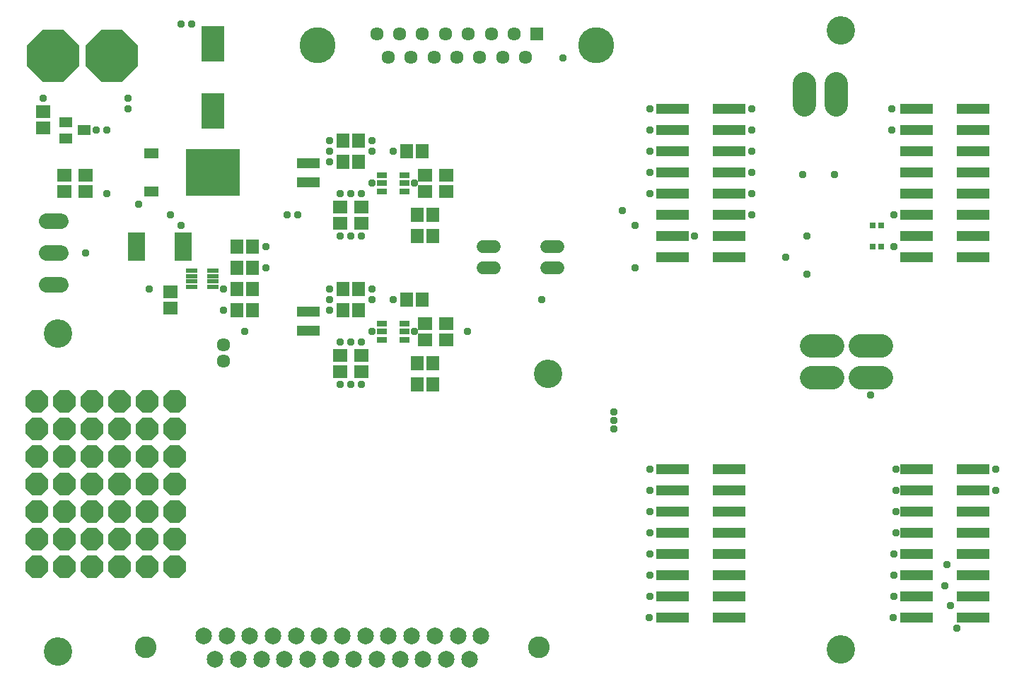
<source format=gbr>
G04 EAGLE Gerber RS-274X export*
G75*
%MOMM*%
%FSLAX34Y34*%
%LPD*%
%INSoldermask Top*%
%IPPOS*%
%AMOC8*
5,1,8,0,0,1.08239X$1,22.5*%
G01*
%ADD10C,3.403200*%
%ADD11R,1.503200X1.703200*%
%ADD12R,1.703200X1.503200*%
%ADD13R,2.703200X4.203200*%
%ADD14R,1.603200X1.203200*%
%ADD15R,2.743200X1.203200*%
%ADD16R,6.403200X5.603200*%
%ADD17R,1.803200X1.203200*%
%ADD18C,1.879600*%
%ADD19R,1.253200X0.803200*%
%ADD20P,6.731600X8X202.500000*%
%ADD21R,1.403200X0.603200*%
%ADD22C,1.611200*%
%ADD23C,1.524000*%
%ADD24R,1.611200X1.611200*%
%ADD25C,4.319200*%
%ADD26R,2.003200X3.403200*%
%ADD27C,1.993900*%
%ADD28C,2.603500*%
%ADD29C,2.755900*%
%ADD30R,3.953200X1.203200*%
%ADD31R,0.803200X0.703200*%
%ADD32P,2.969212X8X22.500000*%
%ADD33C,0.959600*%


D10*
X68580Y492760D03*
X68580Y111760D03*
X1005840Y114300D03*
X1005840Y855980D03*
X655320Y444500D03*
D11*
X409600Y698500D03*
X428600Y698500D03*
X409600Y723900D03*
X428600Y723900D03*
X517500Y635000D03*
X498500Y635000D03*
D12*
X406400Y447700D03*
X406400Y466700D03*
X431800Y447700D03*
X431800Y466700D03*
D11*
X504800Y533400D03*
X485800Y533400D03*
X409600Y520700D03*
X428600Y520700D03*
X409600Y546100D03*
X428600Y546100D03*
X517500Y457200D03*
X498500Y457200D03*
D13*
X254000Y760100D03*
X254000Y840100D03*
D12*
X406400Y625500D03*
X406400Y644500D03*
X431800Y625500D03*
X431800Y644500D03*
D11*
X504800Y711200D03*
X485800Y711200D03*
D14*
X99900Y736600D03*
X77900Y727100D03*
X77900Y746100D03*
D15*
X368300Y674300D03*
X368300Y697300D03*
X368300Y496500D03*
X368300Y519500D03*
D16*
X253600Y685800D03*
D17*
X180600Y708600D03*
X180600Y663000D03*
D12*
X508000Y682600D03*
X508000Y663600D03*
X50800Y758800D03*
X50800Y739800D03*
X533400Y485800D03*
X533400Y504800D03*
D11*
X498500Y431800D03*
X517500Y431800D03*
D12*
X508000Y504800D03*
X508000Y485800D03*
X76200Y663600D03*
X76200Y682600D03*
X101600Y682600D03*
X101600Y663600D03*
X533400Y663600D03*
X533400Y682600D03*
D11*
X498500Y609600D03*
X517500Y609600D03*
D18*
X71882Y551180D02*
X55118Y551180D01*
X55118Y589280D02*
X71882Y589280D01*
X71882Y627380D02*
X55118Y627380D01*
D19*
X456400Y682600D03*
X456400Y673100D03*
X456400Y663600D03*
X483400Y673100D03*
X483400Y663600D03*
X483400Y682600D03*
X456400Y504800D03*
X456400Y495300D03*
X456400Y485800D03*
X483400Y495300D03*
X483400Y485800D03*
X483400Y504800D03*
D20*
X132800Y825500D03*
X62800Y825500D03*
D21*
X228300Y568550D03*
X228300Y562050D03*
X228300Y555550D03*
X228300Y549050D03*
X254300Y549050D03*
X254300Y555550D03*
X254300Y562050D03*
X254300Y568550D03*
D11*
X301600Y571500D03*
X282600Y571500D03*
X301600Y596900D03*
X282600Y596900D03*
X282600Y520700D03*
X301600Y520700D03*
X282600Y546100D03*
X301600Y546100D03*
D22*
X266700Y479900D03*
X266700Y459900D03*
D12*
X203200Y542900D03*
X203200Y523900D03*
D23*
X577596Y596900D02*
X590804Y596900D01*
X590804Y571500D02*
X577596Y571500D01*
X653796Y571500D02*
X667004Y571500D01*
X667004Y596900D02*
X653796Y596900D01*
D22*
X450200Y852400D03*
X477600Y852400D03*
X505000Y852400D03*
X532400Y852400D03*
X559800Y852400D03*
X587200Y852400D03*
X614600Y852400D03*
D24*
X642000Y852400D03*
D22*
X463900Y824000D03*
X491300Y824000D03*
X518700Y824000D03*
X546100Y824000D03*
X573500Y824000D03*
X600900Y824000D03*
X628300Y824000D03*
D25*
X379500Y838200D03*
X712700Y838200D03*
D26*
X162500Y596900D03*
X218500Y596900D03*
D27*
X408940Y131064D03*
X436626Y131064D03*
X464312Y131064D03*
X491998Y131064D03*
X519684Y131064D03*
X547370Y131064D03*
X575056Y131064D03*
X381254Y131064D03*
X353568Y131064D03*
X325882Y131064D03*
X298196Y131064D03*
X270510Y131064D03*
X242824Y131064D03*
X561213Y102616D03*
X533527Y102616D03*
X505841Y102616D03*
X478155Y102616D03*
X450469Y102616D03*
X422783Y102616D03*
X395097Y102616D03*
X367411Y102616D03*
X339725Y102616D03*
X312039Y102616D03*
X284353Y102616D03*
X256667Y102616D03*
D28*
X173736Y116840D03*
X644144Y116840D03*
D29*
X961390Y767017D02*
X961390Y792544D01*
X999490Y792544D02*
X999490Y767017D01*
D30*
X804450Y330200D03*
X871950Y330200D03*
X804450Y304800D03*
X871950Y304800D03*
X804450Y279400D03*
X871950Y279400D03*
X804450Y254000D03*
X871950Y254000D03*
X804450Y228600D03*
X871950Y228600D03*
X804450Y203200D03*
X871950Y203200D03*
X804450Y177800D03*
X871950Y177800D03*
X804450Y152400D03*
X871950Y152400D03*
X804450Y762000D03*
X871950Y762000D03*
X804450Y736600D03*
X871950Y736600D03*
X804450Y711200D03*
X871950Y711200D03*
X804450Y685800D03*
X871950Y685800D03*
X804450Y660400D03*
X871950Y660400D03*
X804450Y635000D03*
X871950Y635000D03*
X804450Y609600D03*
X871950Y609600D03*
X804450Y584200D03*
X871950Y584200D03*
X1096550Y762000D03*
X1164050Y762000D03*
X1096550Y736600D03*
X1164050Y736600D03*
X1096550Y711200D03*
X1164050Y711200D03*
X1096550Y685800D03*
X1164050Y685800D03*
X1096550Y660400D03*
X1164050Y660400D03*
X1096550Y635000D03*
X1164050Y635000D03*
X1096550Y609600D03*
X1164050Y609600D03*
X1096550Y584200D03*
X1164050Y584200D03*
X1096550Y330200D03*
X1164050Y330200D03*
X1096550Y304800D03*
X1164050Y304800D03*
X1096550Y279400D03*
X1164050Y279400D03*
X1096550Y254000D03*
X1164050Y254000D03*
X1096550Y228600D03*
X1164050Y228600D03*
X1096550Y203200D03*
X1164050Y203200D03*
X1096550Y177800D03*
X1164050Y177800D03*
X1096550Y152400D03*
X1164050Y152400D03*
D31*
X1044020Y622300D03*
X1054020Y622300D03*
X1044020Y596900D03*
X1054020Y596900D03*
D32*
X43180Y411480D03*
X43180Y378460D03*
X43180Y345440D03*
X43180Y312420D03*
X43180Y279400D03*
X43180Y246380D03*
X76200Y411480D03*
X76200Y378460D03*
X76200Y345440D03*
X76200Y312420D03*
X109220Y312420D03*
X76200Y279400D03*
X109220Y411480D03*
X76200Y246380D03*
X109220Y378460D03*
X76200Y213360D03*
X109220Y345440D03*
X109220Y213360D03*
X109220Y279400D03*
X142240Y411480D03*
X109220Y246380D03*
X142240Y378460D03*
X43180Y213360D03*
X142240Y345440D03*
X142240Y312420D03*
X142240Y279400D03*
X142240Y246380D03*
X142240Y213360D03*
X175260Y246380D03*
X175260Y378460D03*
X175260Y213360D03*
X175260Y345440D03*
X208280Y411480D03*
X175260Y312420D03*
X175260Y411480D03*
X175260Y279400D03*
X208280Y378460D03*
X208280Y213360D03*
X208280Y345440D03*
X208280Y312420D03*
X208280Y279400D03*
X208280Y246380D03*
D29*
X1028637Y440690D02*
X1054164Y440690D01*
X1054164Y478790D02*
X1028637Y478790D01*
X995744Y478790D02*
X970217Y478790D01*
X970217Y440690D02*
X995744Y440690D01*
D33*
X444500Y546100D03*
X444500Y533400D03*
X431800Y482600D03*
X419100Y482600D03*
X406400Y482600D03*
X406400Y660400D03*
X419100Y660400D03*
X431800Y660400D03*
X444500Y723900D03*
X444500Y711200D03*
X647700Y533400D03*
X101600Y589280D03*
X177800Y546100D03*
X215900Y863600D03*
X228600Y863600D03*
X50800Y774700D03*
X317500Y596900D03*
X317500Y571500D03*
X1069340Y635000D03*
X1069340Y596900D03*
X673100Y822960D03*
X830580Y609600D03*
X406400Y431800D03*
X431800Y431800D03*
X406400Y609600D03*
X431800Y609600D03*
X419100Y609600D03*
X355600Y635000D03*
X342900Y635000D03*
X393700Y546100D03*
X393700Y533400D03*
X393700Y520700D03*
X939800Y584200D03*
X759460Y571500D03*
X744220Y640080D03*
X444500Y673100D03*
X469900Y711200D03*
X444500Y495300D03*
X469900Y533400D03*
X393700Y723900D03*
X393700Y711200D03*
X393700Y698500D03*
X965200Y609600D03*
X965200Y563880D03*
X759460Y622300D03*
X495300Y673100D03*
X495300Y495300D03*
X558800Y495300D03*
X266700Y546100D03*
X1191260Y304800D03*
X734060Y378460D03*
X266700Y520700D03*
X1191260Y330200D03*
X734060Y388620D03*
X152400Y762000D03*
X152400Y774700D03*
X203200Y635000D03*
X215900Y622300D03*
X127000Y736600D03*
X114300Y736600D03*
X127000Y660400D03*
X165100Y647700D03*
X419100Y431800D03*
X1041400Y419100D03*
X1071880Y330200D03*
X292100Y495300D03*
X734060Y398780D03*
X960120Y683260D03*
X1066800Y762000D03*
X899160Y660400D03*
X998220Y683260D03*
X1066800Y736600D03*
X899160Y635000D03*
X777240Y762000D03*
X777240Y736600D03*
X777240Y711200D03*
X899160Y762000D03*
X899160Y736600D03*
X899160Y711200D03*
X1069340Y228600D03*
X1071880Y254000D03*
X1071880Y279400D03*
X1071880Y304800D03*
X1069340Y203200D03*
X1069340Y177800D03*
X1068610Y152400D03*
X777240Y685800D03*
X777240Y177800D03*
X776510Y152400D03*
X777240Y660400D03*
X899160Y685800D03*
X777240Y330200D03*
X777240Y304800D03*
X777240Y279400D03*
X777240Y254000D03*
X777240Y228600D03*
X777240Y203200D03*
X1144524Y139700D03*
X1137412Y167132D03*
X1130300Y190500D03*
X1132840Y215900D03*
M02*

</source>
